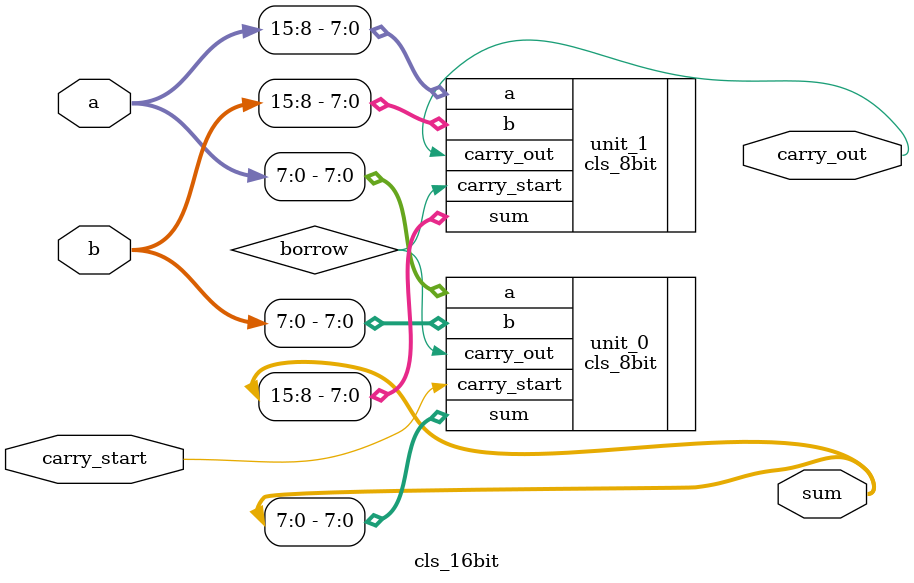
<source format=v>
module cls_16bit(carry_start, a, b, sum, carry_out);
    input carry_start;
    input [15:0] a;
    input [15:0] b;
    output [15:0] sum;
    output carry_out;

    wire borrow;

    cls_8bit unit_0(
        .carry_start(carry_start),
        .a(a[7:0]),
        .b(b[7:0]),
        .sum(sum[7:0]),
        .carry_out(borrow)
    );

    cls_8bit unit_1(
        .carry_start(borrow),
        .a(a[15:8]),
        .b(b[15:8]),
        .sum(sum[15:8]),
        .carry_out(carry_out)
    );

endmodule
</source>
